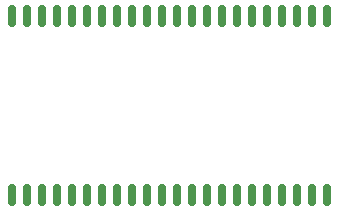
<source format=gtp>
%TF.GenerationSoftware,KiCad,Pcbnew,8.0.7*%
%TF.CreationDate,2025-04-08T08:44:32+02:00*%
%TF.ProjectId,Am29F400B-MEGA-adapter,416d3239-4634-4303-9042-2d4d4547412d,rev?*%
%TF.SameCoordinates,Original*%
%TF.FileFunction,Paste,Top*%
%TF.FilePolarity,Positive*%
%FSLAX46Y46*%
G04 Gerber Fmt 4.6, Leading zero omitted, Abs format (unit mm)*
G04 Created by KiCad (PCBNEW 8.0.7) date 2025-04-08 08:44:32*
%MOMM*%
%LPD*%
G01*
G04 APERTURE LIST*
G04 Aperture macros list*
%AMRoundRect*
0 Rectangle with rounded corners*
0 $1 Rounding radius*
0 $2 $3 $4 $5 $6 $7 $8 $9 X,Y pos of 4 corners*
0 Add a 4 corners polygon primitive as box body*
4,1,4,$2,$3,$4,$5,$6,$7,$8,$9,$2,$3,0*
0 Add four circle primitives for the rounded corners*
1,1,$1+$1,$2,$3*
1,1,$1+$1,$4,$5*
1,1,$1+$1,$6,$7*
1,1,$1+$1,$8,$9*
0 Add four rect primitives between the rounded corners*
20,1,$1+$1,$2,$3,$4,$5,0*
20,1,$1+$1,$4,$5,$6,$7,0*
20,1,$1+$1,$6,$7,$8,$9,0*
20,1,$1+$1,$8,$9,$2,$3,0*%
G04 Aperture macros list end*
%ADD10RoundRect,0.150000X0.150000X-0.775000X0.150000X0.775000X-0.150000X0.775000X-0.150000X-0.775000X0*%
G04 APERTURE END LIST*
D10*
%TO.C,U2*%
X133165000Y-98575000D03*
X134435000Y-98575000D03*
X135705000Y-98575000D03*
X136975000Y-98575000D03*
X138245000Y-98575000D03*
X139515000Y-98575000D03*
X140785000Y-98575000D03*
X142055000Y-98575000D03*
X143325000Y-98575000D03*
X144595000Y-98575000D03*
X145865000Y-98575000D03*
X147135000Y-98575000D03*
X148405000Y-98575000D03*
X149675000Y-98575000D03*
X150945000Y-98575000D03*
X152215000Y-98575000D03*
X153485000Y-98575000D03*
X154755000Y-98575000D03*
X156025000Y-98575000D03*
X157295000Y-98575000D03*
X158565000Y-98575000D03*
X159835000Y-98575000D03*
X159835000Y-83425000D03*
X158565000Y-83425000D03*
X157295000Y-83425000D03*
X156025000Y-83425000D03*
X154755000Y-83425000D03*
X153485000Y-83425000D03*
X152215000Y-83425000D03*
X150945000Y-83425000D03*
X149675000Y-83425000D03*
X148405000Y-83425000D03*
X147135000Y-83425000D03*
X145865000Y-83425000D03*
X144595000Y-83425000D03*
X143325000Y-83425000D03*
X142055000Y-83425000D03*
X140785000Y-83425000D03*
X139515000Y-83425000D03*
X138245000Y-83425000D03*
X136975000Y-83425000D03*
X135705000Y-83425000D03*
X134435000Y-83425000D03*
X133165000Y-83425000D03*
%TD*%
M02*

</source>
